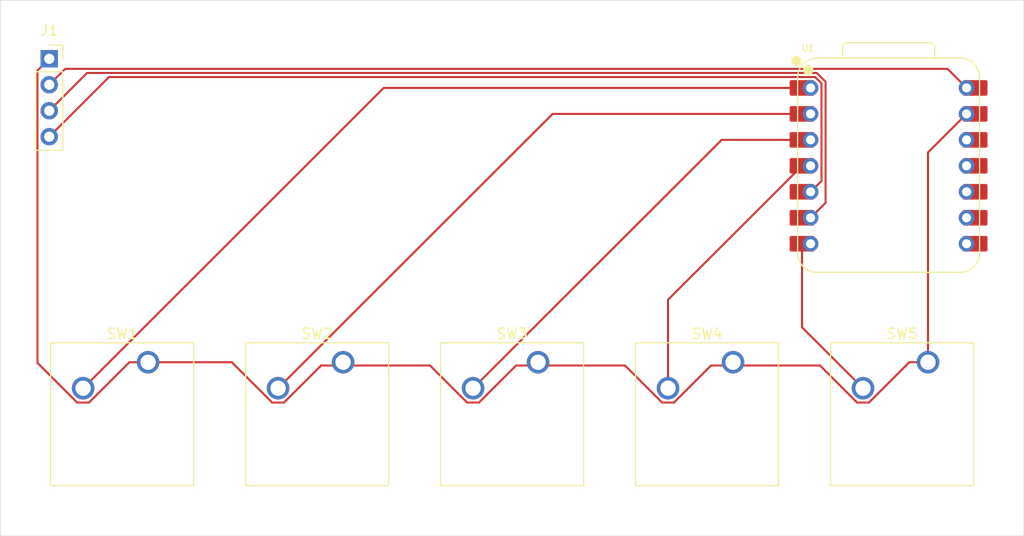
<source format=kicad_pcb>
(kicad_pcb (version 20241229) (generator "pcbnew") (generator_version "9.0")
  (layers (0 "F.Cu" signal) (2 "B.Cu" signal) (13 "F.Paste" user) (15 "B.Paste" user) (5 "F.SilkS" user "F.Silkscreen") (7 "B.SilkS" user "B.Silkscreen") (1 "F.Mask" user) (3 "B.Mask" user) (25 "Edge.Cuts" user))
  (net 0 "")
  (net 1 "GND")
  (net 2 "+5V")
  (net 3 "Net-(J1-Pin_3)")
  (net 4 "Net-(J1-Pin_4)")
  (net 5 "Net-(U1-GPIO26{slash}ADC0{slash}A0)")
  (net 6 "Net-(U1-GPIO27{slash}ADC1{slash}A1)")
  (net 7 "Net-(U1-GPIO28{slash}ADC2{slash}A2)")
  (net 8 "Net-(U1-GPIO29{slash}ADC3{slash}A3)")
  (net 9 "Net-(U1-GPIO0{slash}TX)")
  (footprint "OPL:XIAO-ESP32C3-DIP" (layer "F.Cu") (at 153.59 132.87375)
    (property "Reference" "U1" (at -8 -11.5 0) (layer "F.SilkS") (effects (font (size 0.635 0.635) (thickness 0.1016))))
    (property "Value" "XIAO-RP2040-DIP")
    (fp_line (start -9.01 8.509) (end -9.01 -8.636) (stroke (width 0.127)) (layer "F.SilkS"))
    (fp_line (start -7.105 10.414) (end 6.865 10.414) (stroke (width 0.127)) (layer "F.SilkS"))
    (fp_line (start -4.615 -10.541) (end -4.611272 -11.551272) (stroke (width 0.127)) (layer "F.SilkS"))
    (fp_line (start -4.111272 -12.051) (end 3.884 -12.051) (stroke (width 0.127)) (layer "F.SilkS"))
    (fp_line (start 4.384 -11.551) (end 4.384 -10.541) (stroke (width 0.127)) (layer "F.SilkS"))
    (fp_line (start 6.865 -10.541) (end -7.105 -10.541) (stroke (width 0.1)) (layer "F.SilkS"))
    (fp_line (start 6.865 -10.541) (end -7.105 -10.541) (stroke (width 0.127)) (layer "F.SilkS"))
    (fp_line (start 8.77 8.509) (end 8.77 -8.636) (stroke (width 0.127)) (layer "F.SilkS"))
    (fp_arc (start -9.01 -8.636) (mid -8.452038 -9.983038) (end -7.105 -10.541) (stroke (width 0.127)) (layer "F.SilkS"))
    (fp_arc (start -7.105 10.414) (mid -8.452038 9.856038) (end -9.01 8.509) (stroke (width 0.127)) (layer "F.SilkS"))
    (fp_arc (start -4.611272 -11.551272) (mid -4.464728 -11.90464) (end -4.111272 -12.051) (stroke (width 0.127)) (layer "F.SilkS"))
    (fp_arc (start 3.884 -12.051) (mid 4.237553 -11.904553) (end 4.384 -11.551) (stroke (width 0.127)) (layer "F.SilkS"))
    (fp_arc (start 6.865 -10.541) (mid 8.212038 -9.983038) (end 8.77 -8.636) (stroke (width 0.127)) (layer "F.SilkS"))
    (fp_arc (start 8.77 8.509) (mid 8.212038 9.856038) (end 6.865 10.414) (stroke (width 0.127)) (layer "F.SilkS"))
    (fp_circle (center -9.12 -10.25) (end -9.12 -10.504) (stroke (width 0.5)) (fill yes) (layer "F.SilkS"))
    (fp_circle (center -7.977 -9.37) (end -7.977 -9.624) (stroke (width 0.5)) (fill yes) (layer "F.SilkS"))
    (pad "1" smd roundrect (at -8.575 -7.62 180) (size 2.432 1.524) (layers "F.Cu" "F.Mask") (roundrect_rratio 0.1) (net 5 "Net-(U1-GPIO26{slash}ADC0{slash}A0)"))
    (pad "1" thru_hole circle (at -7.74 -7.62 180) (size 1.524 1.524) (drill 0.889) (layers "*.Cu" "*.Mask") (net 5 "Net-(U1-GPIO26{slash}ADC0{slash}A0)"))
    (pad "2" smd roundrect (at -8.575 -5.08 180) (size 2.432 1.524) (layers "F.Cu" "F.Mask") (roundrect_rratio 0.1) (net 6 "Net-(U1-GPIO27{slash}ADC1{slash}A1)"))
    (pad "2" thru_hole circle (at -7.74 -5.08 180) (size 1.524 1.524) (drill 0.889) (layers "*.Cu" "*.Mask") (net 6 "Net-(U1-GPIO27{slash}ADC1{slash}A1)"))
    (pad "3" smd roundrect (at -8.575 -2.54 180) (size 2.432 1.524) (layers "F.Cu" "F.Mask") (roundrect_rratio 0.1) (net 7 "Net-(U1-GPIO28{slash}ADC2{slash}A2)"))
    (pad "3" thru_hole circle (at -7.74 -2.54 180) (size 1.524 1.524) (drill 0.889) (layers "*.Cu" "*.Mask") (net 7 "Net-(U1-GPIO28{slash}ADC2{slash}A2)"))
    (pad "4" smd roundrect (at -8.575 0 180) (size 2.432 1.524) (layers "F.Cu" "F.Mask") (roundrect_rratio 0.1) (net 8 "Net-(U1-GPIO29{slash}ADC3{slash}A3)"))
    (pad "4" thru_hole circle (at -7.74 0 180) (size 1.524 1.524) (drill 0.889) (layers "*.Cu" "*.Mask") (net 8 "Net-(U1-GPIO29{slash}ADC3{slash}A3)"))
    (pad "5" smd roundrect (at -8.575 2.54 180) (size 2.432 1.524) (layers "F.Cu" "F.Mask") (roundrect_rratio 0.1) (net 4 "Net-(J1-Pin_4)"))
    (pad "5" thru_hole circle (at -7.74 2.54 180) (size 1.524 1.524) (drill 0.889) (layers "*.Cu" "*.Mask") (net 4 "Net-(J1-Pin_4)"))
    (pad "6" smd roundrect (at -8.575 5.08 180) (size 2.432 1.524) (layers "F.Cu" "F.Mask") (roundrect_rratio 0.1) (net 3 "Net-(J1-Pin_3)"))
    (pad "6" thru_hole circle (at -7.74 5.08 180) (size 1.524 1.524) (drill 0.889) (layers "*.Cu" "*.Mask") (net 3 "Net-(J1-Pin_3)"))
    (pad "7" smd roundrect (at -8.575 7.62 180) (size 2.432 1.524) (layers "F.Cu" "F.Mask") (roundrect_rratio 0.1) (net 9 "Net-(U1-GPIO0{slash}TX)"))
    (pad "7" thru_hole circle (at -7.74 7.62 180) (size 1.524 1.524) (drill 0.889) (layers "*.Cu" "*.Mask") (net 9 "Net-(U1-GPIO0{slash}TX)"))
    (pad "8" thru_hole circle (at 7.5 7.62) (size 1.524 1.524) (drill 0.889) (layers "*.Cu" "*.Mask"))
    (pad "8" smd roundrect (at 8.335 7.62) (size 2.432 1.524) (layers "F.Cu" "F.Mask") (roundrect_rratio 0.1))
    (pad "9" thru_hole circle (at 7.5 5.08) (size 1.524 1.524) (drill 0.889) (layers "*.Cu" "*.Mask"))
    (pad "9" smd roundrect (at 8.335 5.08) (size 2.432 1.524) (layers "F.Cu" "F.Mask") (roundrect_rratio 0.1))
    (pad "10" thru_hole circle (at 7.5 2.54) (size 1.524 1.524) (drill 0.889) (layers "*.Cu" "*.Mask"))
    (pad "10" smd roundrect (at 8.335 2.54) (size 2.432 1.524) (layers "F.Cu" "F.Mask") (roundrect_rratio 0.1))
    (pad "11" thru_hole circle (at 7.5 0) (size 1.524 1.524) (drill 0.889) (layers "*.Cu" "*.Mask"))
    (pad "11" smd roundrect (at 8.335 0) (size 2.432 1.524) (layers "F.Cu" "F.Mask") (roundrect_rratio 0.1))
    (pad "12" thru_hole circle (at 7.5 -2.54) (size 1.524 1.524) (drill 0.889) (layers "*.Cu" "*.Mask"))
    (pad "12" smd roundrect (at 8.335 -2.54) (size 2.432 1.524) (layers "F.Cu" "F.Mask") (roundrect_rratio 0.1))
    (pad "13" thru_hole circle (at 7.5 -5.08) (size 1.524 1.524) (drill 0.889) (layers "*.Cu" "*.Mask") (net 1 "GND"))
    (pad "13" smd roundrect (at 8.335 -5.08) (size 2.432 1.524) (layers "F.Cu" "F.Mask") (roundrect_rratio 0.1) (net 1 "GND"))
    (pad "14" thru_hole circle (at 7.5 -7.62) (size 1.524 1.524) (drill 0.889) (layers "*.Cu" "*.Mask") (net 2 "+5V"))
    (pad "14" smd roundrect (at 8.335 -7.62) (size 2.432 1.524) (layers "F.Cu" "F.Mask") (roundrect_rratio 0.1) (net 2 "+5V"))
  )
  (footprint "Button_Switch_Keyboard:SW_Cherry_MX_1.00u_PCB" (layer "F.Cu") (at 157.32125 152.0825)
    (property "Reference" "SW5" (at -2.54 -2.794 0) (layer "F.SilkS"))
    (property "Value" "SW_Push")
    (fp_line (start -9.525 -1.905) (end 4.445 -1.905) (stroke (width 0.12)) (layer "F.SilkS"))
    (fp_line (start -9.525 12.065) (end -9.525 -1.905) (stroke (width 0.12)) (layer "F.SilkS"))
    (fp_line (start 4.445 -1.905) (end 4.445 12.065) (stroke (width 0.12)) (layer "F.SilkS"))
    (fp_line (start 4.445 12.065) (end -9.525 12.065) (stroke (width 0.12)) (layer "F.SilkS"))
    (pad "" np_thru_hole circle (at -7.62 5.08) (size 1.7 1.7) (drill 1.7) (layers "*.Cu" "*.Mask"))
    (pad "" np_thru_hole circle (at -2.54 5.08) (size 4 4) (drill 4) (layers "*.Cu" "*.Mask"))
    (pad "" np_thru_hole circle (at 2.54 5.08) (size 1.7 1.7) (drill 1.7) (layers "*.Cu" "*.Mask"))
    (pad "1" thru_hole circle (at 0 0) (size 2.2 2.2) (drill 1.5) (layers "*.Cu" "*.Mask") (net 1 "GND"))
    (pad "2" thru_hole circle (at -6.35 2.54) (size 2.2 2.2) (drill 1.5) (layers "*.Cu" "*.Mask") (net 9 "Net-(U1-GPIO0{slash}TX)"))
  )
  (footprint "Connector_PinSocket_2.54mm:PinSocket_1x04_P2.54mm_Vertical" (layer "F.Cu") (at 71.4625 122.40625)
    (property "Reference" "J1" (at 0 -2.77 0) (layer "F.SilkS"))
    (property "Value" "Conn_01x04")
    (fp_line (start -1.33 1.27) (end -1.33 8.95) (stroke (width 0.12)) (layer "F.SilkS"))
    (fp_line (start -1.33 1.27) (end 1.33 1.27) (stroke (width 0.12)) (layer "F.SilkS"))
    (fp_line (start -1.33 8.95) (end 1.33 8.95) (stroke (width 0.12)) (layer "F.SilkS"))
    (fp_line (start 0 -1.33) (end 1.33 -1.33) (stroke (width 0.12)) (layer "F.SilkS"))
    (fp_line (start 1.33 -1.33) (end 1.33 0) (stroke (width 0.12)) (layer "F.SilkS"))
    (fp_line (start 1.33 1.27) (end 1.33 8.95) (stroke (width 0.12)) (layer "F.SilkS"))
    (pad "1" thru_hole rect (at 0 0) (size 1.7 1.7) (drill 1) (layers "*.Cu" "*.Mask") (net 1 "GND"))
    (pad "2" thru_hole circle (at 0 2.54) (size 1.7 1.7) (drill 1) (layers "*.Cu" "*.Mask") (net 2 "+5V"))
    (pad "3" thru_hole circle (at 0 5.08) (size 1.7 1.7) (drill 1) (layers "*.Cu" "*.Mask") (net 3 "Net-(J1-Pin_3)"))
    (pad "4" thru_hole circle (at 0 7.62) (size 1.7 1.7) (drill 1) (layers "*.Cu" "*.Mask") (net 4 "Net-(J1-Pin_4)"))
  )
  (footprint "Button_Switch_Keyboard:SW_Cherry_MX_1.00u_PCB" (layer "F.Cu") (at 100.17125 152.0825)
    (property "Reference" "SW2" (at -2.54 -2.794 0) (layer "F.SilkS"))
    (property "Value" "SW_Push")
    (fp_line (start -9.525 -1.905) (end 4.445 -1.905) (stroke (width 0.12)) (layer "F.SilkS"))
    (fp_line (start -9.525 12.065) (end -9.525 -1.905) (stroke (width 0.12)) (layer "F.SilkS"))
    (fp_line (start 4.445 -1.905) (end 4.445 12.065) (stroke (width 0.12)) (layer "F.SilkS"))
    (fp_line (start 4.445 12.065) (end -9.525 12.065) (stroke (width 0.12)) (layer "F.SilkS"))
    (pad "" np_thru_hole circle (at -7.62 5.08) (size 1.7 1.7) (drill 1.7) (layers "*.Cu" "*.Mask"))
    (pad "" np_thru_hole circle (at -2.54 5.08) (size 4 4) (drill 4) (layers "*.Cu" "*.Mask"))
    (pad "" np_thru_hole circle (at 2.54 5.08) (size 1.7 1.7) (drill 1.7) (layers "*.Cu" "*.Mask"))
    (pad "1" thru_hole circle (at 0 0) (size 2.2 2.2) (drill 1.5) (layers "*.Cu" "*.Mask") (net 1 "GND"))
    (pad "2" thru_hole circle (at -6.35 2.54) (size 2.2 2.2) (drill 1.5) (layers "*.Cu" "*.Mask") (net 6 "Net-(U1-GPIO27{slash}ADC1{slash}A1)"))
  )
  (footprint "Button_Switch_Keyboard:SW_Cherry_MX_1.00u_PCB" (layer "F.Cu") (at 81.12125 152.0825)
    (property "Reference" "SW1" (at -2.54 -2.794 0) (layer "F.SilkS"))
    (property "Value" "SW_Push")
    (fp_line (start -9.525 -1.905) (end 4.445 -1.905) (stroke (width 0.12)) (layer "F.SilkS"))
    (fp_line (start -9.525 12.065) (end -9.525 -1.905) (stroke (width 0.12)) (layer "F.SilkS"))
    (fp_line (start 4.445 -1.905) (end 4.445 12.065) (stroke (width 0.12)) (layer "F.SilkS"))
    (fp_line (start 4.445 12.065) (end -9.525 12.065) (stroke (width 0.12)) (layer "F.SilkS"))
    (pad "" np_thru_hole circle (at -7.62 5.08) (size 1.7 1.7) (drill 1.7) (layers "*.Cu" "*.Mask"))
    (pad "" np_thru_hole circle (at -2.54 5.08) (size 4 4) (drill 4) (layers "*.Cu" "*.Mask"))
    (pad "" np_thru_hole circle (at 2.54 5.08) (size 1.7 1.7) (drill 1.7) (layers "*.Cu" "*.Mask"))
    (pad "1" thru_hole circle (at 0 0) (size 2.2 2.2) (drill 1.5) (layers "*.Cu" "*.Mask") (net 1 "GND"))
    (pad "2" thru_hole circle (at -6.35 2.54) (size 2.2 2.2) (drill 1.5) (layers "*.Cu" "*.Mask") (net 5 "Net-(U1-GPIO26{slash}ADC0{slash}A0)"))
  )
  (footprint "Button_Switch_Keyboard:SW_Cherry_MX_1.00u_PCB" (layer "F.Cu") (at 119.22125 152.0825)
    (property "Reference" "SW3" (at -2.54 -2.794 0) (layer "F.SilkS"))
    (property "Value" "SW_Push")
    (fp_line (start -9.525 -1.905) (end 4.445 -1.905) (stroke (width 0.12)) (layer "F.SilkS"))
    (fp_line (start -9.525 12.065) (end -9.525 -1.905) (stroke (width 0.12)) (layer "F.SilkS"))
    (fp_line (start 4.445 -1.905) (end 4.445 12.065) (stroke (width 0.12)) (layer "F.SilkS"))
    (fp_line (start 4.445 12.065) (end -9.525 12.065) (stroke (width 0.12)) (layer "F.SilkS"))
    (pad "" np_thru_hole circle (at -7.62 5.08) (size 1.7 1.7) (drill 1.7) (layers "*.Cu" "*.Mask"))
    (pad "" np_thru_hole circle (at -2.54 5.08) (size 4 4) (drill 4) (layers "*.Cu" "*.Mask"))
    (pad "" np_thru_hole circle (at 2.54 5.08) (size 1.7 1.7) (drill 1.7) (layers "*.Cu" "*.Mask"))
    (pad "1" thru_hole circle (at 0 0) (size 2.2 2.2) (drill 1.5) (layers "*.Cu" "*.Mask") (net 1 "GND"))
    (pad "2" thru_hole circle (at -6.35 2.54) (size 2.2 2.2) (drill 1.5) (layers "*.Cu" "*.Mask") (net 7 "Net-(U1-GPIO28{slash}ADC2{slash}A2)"))
  )
  (footprint "Button_Switch_Keyboard:SW_Cherry_MX_1.00u_PCB" (layer "F.Cu") (at 138.27125 152.0825)
    (property "Reference" "SW4" (at -2.54 -2.794 0) (layer "F.SilkS"))
    (property "Value" "SW_Push")
    (fp_line (start -9.525 -1.905) (end 4.445 -1.905) (stroke (width 0.12)) (layer "F.SilkS"))
    (fp_line (start -9.525 12.065) (end -9.525 -1.905) (stroke (width 0.12)) (layer "F.SilkS"))
    (fp_line (start 4.445 -1.905) (end 4.445 12.065) (stroke (width 0.12)) (layer "F.SilkS"))
    (fp_line (start 4.445 12.065) (end -9.525 12.065) (stroke (width 0.12)) (layer "F.SilkS"))
    (pad "" np_thru_hole circle (at -7.62 5.08) (size 1.7 1.7) (drill 1.7) (layers "*.Cu" "*.Mask"))
    (pad "" np_thru_hole circle (at -2.54 5.08) (size 4 4) (drill 4) (layers "*.Cu" "*.Mask"))
    (pad "" np_thru_hole circle (at 2.54 5.08) (size 1.7 1.7) (drill 1.7) (layers "*.Cu" "*.Mask"))
    (pad "1" thru_hole circle (at 0 0) (size 2.2 2.2) (drill 1.5) (layers "*.Cu" "*.Mask") (net 1 "GND"))
    (pad "2" thru_hole circle (at -6.35 2.54) (size 2.2 2.2) (drill 1.5) (layers "*.Cu" "*.Mask") (net 8 "Net-(U1-GPIO29{slash}ADC3{slash}A3)"))
  )
  (gr_rect (start 66.675 116.68125) (end 166.6875 169.06875) (stroke (width 0.05)) (fill no) (layer "Edge.Cuts"))
  (segment (start 108.667436 152.4) (end 112.290936 156.0235) (width 0.2) (layer "F.Cu") (net 1))
  (segment (start 146.767436 152.4) (end 150.390936 156.0235) (width 0.2) (layer "F.Cu") (net 1))
  (segment (start 131.340936 156.0235) (end 132.501564 156.0235) (width 0.2) (layer "F.Cu") (net 1))
  (segment (start 112.290936 156.0235) (end 113.451564 156.0235) (width 0.2) (layer "F.Cu") (net 1))
  (segment (start 93.240936 156.0235) (end 94.401564 156.0235) (width 0.2) (layer "F.Cu") (net 1))
  (segment (start 157.32125 131.5625) (end 161.09 127.79375) (width 0.2) (layer "F.Cu") (net 1))
  (segment (start 157.32125 152.0825) (end 157.32125 131.5625) (width 0.2) (layer "F.Cu") (net 1))
  (segment (start 94.401564 156.0235) (end 98.025064 152.4) (width 0.2) (layer "F.Cu") (net 1))
  (segment (start 75.351564 156.0235) (end 79.292564 152.0825) (width 0.2) (layer "F.Cu") (net 1))
  (segment (start 74.190936 156.0235) (end 75.351564 156.0235) (width 0.2) (layer "F.Cu") (net 1))
  (segment (start 127.717436 152.4) (end 131.340936 156.0235) (width 0.2) (layer "F.Cu") (net 1))
  (segment (start 98.025064 152.4) (end 108.667436 152.4) (width 0.2) (layer "F.Cu") (net 1))
  (segment (start 71.4625 122.40625) (end 70.3115 123.55725) (width 0.2) (layer "F.Cu") (net 1))
  (segment (start 136.125064 152.4) (end 146.767436 152.4) (width 0.2) (layer "F.Cu") (net 1))
  (segment (start 150.390936 156.0235) (end 151.551564 156.0235) (width 0.2) (layer "F.Cu") (net 1))
  (segment (start 155.492564 152.0825) (end 157.32125 152.0825) (width 0.2) (layer "F.Cu") (net 1))
  (segment (start 117.075064 152.4) (end 127.717436 152.4) (width 0.2) (layer "F.Cu") (net 1))
  (segment (start 70.3115 152.144064) (end 74.190936 156.0235) (width 0.2) (layer "F.Cu") (net 1))
  (segment (start 132.501564 156.0235) (end 136.125064 152.4) (width 0.2) (layer "F.Cu") (net 1))
  (segment (start 89.299936 152.0825) (end 93.240936 156.0235) (width 0.2) (layer "F.Cu") (net 1))
  (segment (start 79.292564 152.0825) (end 81.12125 152.0825) (width 0.2) (layer "F.Cu") (net 1))
  (segment (start 151.551564 156.0235) (end 155.492564 152.0825) (width 0.2) (layer "F.Cu") (net 1))
  (segment (start 70.3115 123.55725) (end 70.3115 152.144064) (width 0.2) (layer "F.Cu") (net 1))
  (segment (start 113.451564 156.0235) (end 117.075064 152.4) (width 0.2) (layer "F.Cu") (net 1))
  (segment (start 81.12125 152.0825) (end 89.299936 152.0825) (width 0.2) (layer "F.Cu") (net 1))
  (segment (start 71.4625 124.94625) (end 73.02 123.38875) (width 0.2) (layer "F.Cu") (net 2))
  (segment (start 73.02 123.38875) (end 159.225 123.38875) (width 0.2) (layer "F.Cu") (net 2))
  (segment (start 159.225 123.38875) (end 161.09 125.25375) (width 0.2) (layer "F.Cu") (net 2))
  (segment (start 146.45641 123.78975) (end 147.314 124.64734) (width 0.2) (layer "F.Cu") (net 3))
  (segment (start 147.314 136.48975) (end 145.85 137.95375) (width 0.2) (layer "F.Cu") (net 3))
  (segment (start 71.4625 127.48625) (end 75.159 123.78975) (width 0.2) (layer "F.Cu") (net 3))
  (segment (start 147.314 124.64734) (end 147.314 136.48975) (width 0.2) (layer "F.Cu") (net 3))
  (segment (start 75.159 123.78975) (end 146.45641 123.78975) (width 0.2) (layer "F.Cu") (net 3))
  (segment (start 146.29031 124.19075) (end 146.913 124.81344) (width 0.2) (layer "F.Cu") (net 4))
  (segment (start 71.4625 130.02625) (end 77.298 124.19075) (width 0.2) (layer "F.Cu") (net 4))
  (segment (start 146.913 124.81344) (end 146.913 134.35075) (width 0.2) (layer "F.Cu") (net 4))
  (segment (start 77.298 124.19075) (end 146.29031 124.19075) (width 0.2) (layer "F.Cu") (net 4))
  (segment (start 146.913 134.35075) (end 145.85 135.41375) (width 0.2) (layer "F.Cu") (net 4))
  (segment (start 104.14 125.25375) (end 145.85 125.25375) (width 0.2) (layer "F.Cu") (net 5))
  (segment (start 74.77125 154.6225) (end 104.14 125.25375) (width 0.2) (layer "F.Cu") (net 5))
  (segment (start 93.82125 154.6225) (end 120.65 127.79375) (width 0.2) (layer "F.Cu") (net 6))
  (segment (start 120.65 127.79375) (end 145.015 127.79375) (width 0.2) (layer "F.Cu") (net 6))
  (segment (start 137.16 130.33375) (end 145.015 130.33375) (width 0.2) (layer "F.Cu") (net 7))
  (segment (start 112.87125 154.6225) (end 137.16 130.33375) (width 0.2) (layer "F.Cu") (net 7))
  (segment (start 131.92125 145.9675) (end 145.015 132.87375) (width 0.2) (layer "F.Cu") (net 8))
  (segment (start 131.92125 154.6225) (end 131.92125 145.9675) (width 0.2) (layer "F.Cu") (net 8))
  (segment (start 145.015 148.66625) (end 145.015 140.49375) (width 0.2) (layer "F.Cu") (net 9))
  (segment (start 150.97125 154.6225) (end 145.015 148.66625) (width 0.2) (layer "F.Cu") (net 9))
)
</source>
